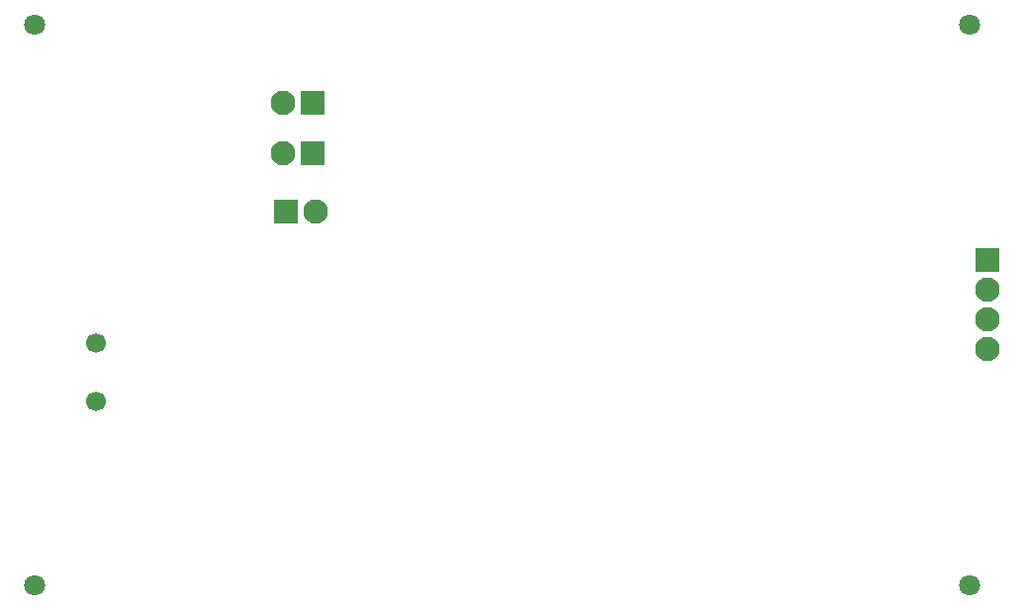
<source format=gbs>
G04*
G04 #@! TF.GenerationSoftware,Altium Limited,Altium Designer,20.1.8 (145)*
G04*
G04 Layer_Color=16711935*
%FSTAX43Y43*%
%MOMM*%
G71*
G04*
G04 #@! TF.SameCoordinates,F5FA2015-3190-45B9-AB56-6F14DCCDFD5E*
G04*
G04*
G04 #@! TF.FilePolarity,Negative*
G04*
G01*
G75*
%ADD35C,1.800*%
%ADD36C,1.700*%
%ADD37C,2.100*%
%ADD38R,2.100X2.100*%
%ADD39R,2.100X2.100*%
D35*
X0034Y0077D02*
D03*
X0114D02*
D03*
Y0029D02*
D03*
X0034D02*
D03*
D36*
X003925Y004975D02*
D03*
Y004475D02*
D03*
D37*
X005521Y007025D02*
D03*
X01155Y004917D02*
D03*
Y005425D02*
D03*
Y005171D02*
D03*
X005523Y0066D02*
D03*
X0058Y0061D02*
D03*
D38*
X005775Y007025D02*
D03*
X005777Y0066D02*
D03*
X005546Y0061D02*
D03*
D39*
X01155Y005679D02*
D03*
M02*

</source>
